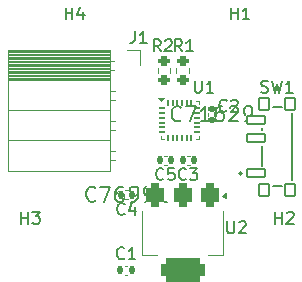
<source format=gbr>
%TF.GenerationSoftware,KiCad,Pcbnew,8.0.5*%
%TF.CreationDate,2024-10-09T16:47:07-04:00*%
%TF.ProjectId,PostureBestICM20948,506f7374-7572-4654-9265-737449434d32,rev?*%
%TF.SameCoordinates,Original*%
%TF.FileFunction,Legend,Top*%
%TF.FilePolarity,Positive*%
%FSLAX46Y46*%
G04 Gerber Fmt 4.6, Leading zero omitted, Abs format (unit mm)*
G04 Created by KiCad (PCBNEW 8.0.5) date 2024-10-09 16:47:07*
%MOMM*%
%LPD*%
G01*
G04 APERTURE LIST*
G04 Aperture macros list*
%AMRoundRect*
0 Rectangle with rounded corners*
0 $1 Rounding radius*
0 $2 $3 $4 $5 $6 $7 $8 $9 X,Y pos of 4 corners*
0 Add a 4 corners polygon primitive as box body*
4,1,4,$2,$3,$4,$5,$6,$7,$8,$9,$2,$3,0*
0 Add four circle primitives for the rounded corners*
1,1,$1+$1,$2,$3*
1,1,$1+$1,$4,$5*
1,1,$1+$1,$6,$7*
1,1,$1+$1,$8,$9*
0 Add four rect primitives between the rounded corners*
20,1,$1+$1,$2,$3,$4,$5,0*
20,1,$1+$1,$4,$5,$6,$7,0*
20,1,$1+$1,$6,$7,$8,$9,0*
20,1,$1+$1,$8,$9,$2,$3,0*%
G04 Aperture macros list end*
%ADD10C,0.150000*%
%ADD11C,0.120000*%
%ADD12C,0.127000*%
%ADD13C,0.200000*%
%ADD14C,2.200000*%
%ADD15RoundRect,0.140000X-0.170000X0.140000X-0.170000X-0.140000X0.170000X-0.140000X0.170000X0.140000X0*%
%ADD16RoundRect,0.200000X0.275000X-0.200000X0.275000X0.200000X-0.275000X0.200000X-0.275000X-0.200000X0*%
%ADD17RoundRect,0.140000X0.140000X0.170000X-0.140000X0.170000X-0.140000X-0.170000X0.140000X-0.170000X0*%
%ADD18C,0.900000*%
%ADD19RoundRect,0.102000X0.750000X-0.350000X0.750000X0.350000X-0.750000X0.350000X-0.750000X-0.350000X0*%
%ADD20RoundRect,0.102000X0.400000X-0.500000X0.400000X0.500000X-0.400000X0.500000X-0.400000X-0.500000X0*%
%ADD21RoundRect,0.140000X-0.140000X-0.170000X0.140000X-0.170000X0.140000X0.170000X-0.140000X0.170000X0*%
%ADD22RoundRect,0.375000X-0.375000X0.625000X-0.375000X-0.625000X0.375000X-0.625000X0.375000X0.625000X0*%
%ADD23RoundRect,0.500000X-1.400000X0.500000X-1.400000X-0.500000X1.400000X-0.500000X1.400000X0.500000X0*%
%ADD24RoundRect,0.050000X-0.225000X-0.050000X0.225000X-0.050000X0.225000X0.050000X-0.225000X0.050000X0*%
%ADD25RoundRect,0.050000X0.050000X-0.225000X0.050000X0.225000X-0.050000X0.225000X-0.050000X-0.225000X0*%
%ADD26R,1.700000X1.700000*%
%ADD27O,1.700000X1.700000*%
G04 APERTURE END LIST*
D10*
X125338095Y-99754819D02*
X125338095Y-98754819D01*
X125338095Y-99231009D02*
X125909523Y-99231009D01*
X125909523Y-99754819D02*
X125909523Y-98754819D01*
X126338095Y-98850057D02*
X126385714Y-98802438D01*
X126385714Y-98802438D02*
X126480952Y-98754819D01*
X126480952Y-98754819D02*
X126719047Y-98754819D01*
X126719047Y-98754819D02*
X126814285Y-98802438D01*
X126814285Y-98802438D02*
X126861904Y-98850057D01*
X126861904Y-98850057D02*
X126909523Y-98945295D01*
X126909523Y-98945295D02*
X126909523Y-99040533D01*
X126909523Y-99040533D02*
X126861904Y-99183390D01*
X126861904Y-99183390D02*
X126290476Y-99754819D01*
X126290476Y-99754819D02*
X126909523Y-99754819D01*
X121233333Y-90159580D02*
X121185714Y-90207200D01*
X121185714Y-90207200D02*
X121042857Y-90254819D01*
X121042857Y-90254819D02*
X120947619Y-90254819D01*
X120947619Y-90254819D02*
X120804762Y-90207200D01*
X120804762Y-90207200D02*
X120709524Y-90111961D01*
X120709524Y-90111961D02*
X120661905Y-90016723D01*
X120661905Y-90016723D02*
X120614286Y-89826247D01*
X120614286Y-89826247D02*
X120614286Y-89683390D01*
X120614286Y-89683390D02*
X120661905Y-89492914D01*
X120661905Y-89492914D02*
X120709524Y-89397676D01*
X120709524Y-89397676D02*
X120804762Y-89302438D01*
X120804762Y-89302438D02*
X120947619Y-89254819D01*
X120947619Y-89254819D02*
X121042857Y-89254819D01*
X121042857Y-89254819D02*
X121185714Y-89302438D01*
X121185714Y-89302438D02*
X121233333Y-89350057D01*
X121614286Y-89350057D02*
X121661905Y-89302438D01*
X121661905Y-89302438D02*
X121757143Y-89254819D01*
X121757143Y-89254819D02*
X121995238Y-89254819D01*
X121995238Y-89254819D02*
X122090476Y-89302438D01*
X122090476Y-89302438D02*
X122138095Y-89350057D01*
X122138095Y-89350057D02*
X122185714Y-89445295D01*
X122185714Y-89445295D02*
X122185714Y-89540533D01*
X122185714Y-89540533D02*
X122138095Y-89683390D01*
X122138095Y-89683390D02*
X121566667Y-90254819D01*
X121566667Y-90254819D02*
X122185714Y-90254819D01*
X117369285Y-90958773D02*
X117308809Y-91019250D01*
X117308809Y-91019250D02*
X117127380Y-91079726D01*
X117127380Y-91079726D02*
X117006428Y-91079726D01*
X117006428Y-91079726D02*
X116824999Y-91019250D01*
X116824999Y-91019250D02*
X116704047Y-90898297D01*
X116704047Y-90898297D02*
X116643570Y-90777345D01*
X116643570Y-90777345D02*
X116583094Y-90535440D01*
X116583094Y-90535440D02*
X116583094Y-90354011D01*
X116583094Y-90354011D02*
X116643570Y-90112107D01*
X116643570Y-90112107D02*
X116704047Y-89991154D01*
X116704047Y-89991154D02*
X116824999Y-89870202D01*
X116824999Y-89870202D02*
X117006428Y-89809726D01*
X117006428Y-89809726D02*
X117127380Y-89809726D01*
X117127380Y-89809726D02*
X117308809Y-89870202D01*
X117308809Y-89870202D02*
X117369285Y-89930678D01*
X117792618Y-89809726D02*
X118639285Y-89809726D01*
X118639285Y-89809726D02*
X118094999Y-91079726D01*
X119788333Y-91079726D02*
X119062618Y-91079726D01*
X119425475Y-91079726D02*
X119425475Y-89809726D01*
X119425475Y-89809726D02*
X119304523Y-89991154D01*
X119304523Y-89991154D02*
X119183571Y-90112107D01*
X119183571Y-90112107D02*
X119062618Y-90172583D01*
X120876904Y-89809726D02*
X120634999Y-89809726D01*
X120634999Y-89809726D02*
X120514047Y-89870202D01*
X120514047Y-89870202D02*
X120453571Y-89930678D01*
X120453571Y-89930678D02*
X120332618Y-90112107D01*
X120332618Y-90112107D02*
X120272142Y-90354011D01*
X120272142Y-90354011D02*
X120272142Y-90837821D01*
X120272142Y-90837821D02*
X120332618Y-90958773D01*
X120332618Y-90958773D02*
X120393095Y-91019250D01*
X120393095Y-91019250D02*
X120514047Y-91079726D01*
X120514047Y-91079726D02*
X120755952Y-91079726D01*
X120755952Y-91079726D02*
X120876904Y-91019250D01*
X120876904Y-91019250D02*
X120937380Y-90958773D01*
X120937380Y-90958773D02*
X120997857Y-90837821D01*
X120997857Y-90837821D02*
X120997857Y-90535440D01*
X120997857Y-90535440D02*
X120937380Y-90414488D01*
X120937380Y-90414488D02*
X120876904Y-90354011D01*
X120876904Y-90354011D02*
X120755952Y-90293535D01*
X120755952Y-90293535D02*
X120514047Y-90293535D01*
X120514047Y-90293535D02*
X120393095Y-90354011D01*
X120393095Y-90354011D02*
X120332618Y-90414488D01*
X120332618Y-90414488D02*
X120272142Y-90535440D01*
X121481666Y-89930678D02*
X121542142Y-89870202D01*
X121542142Y-89870202D02*
X121663095Y-89809726D01*
X121663095Y-89809726D02*
X121965476Y-89809726D01*
X121965476Y-89809726D02*
X122086428Y-89870202D01*
X122086428Y-89870202D02*
X122146904Y-89930678D01*
X122146904Y-89930678D02*
X122207381Y-90051630D01*
X122207381Y-90051630D02*
X122207381Y-90172583D01*
X122207381Y-90172583D02*
X122146904Y-90354011D01*
X122146904Y-90354011D02*
X121421190Y-91079726D01*
X121421190Y-91079726D02*
X122207381Y-91079726D01*
X122812143Y-91079726D02*
X123054047Y-91079726D01*
X123054047Y-91079726D02*
X123175000Y-91019250D01*
X123175000Y-91019250D02*
X123235476Y-90958773D01*
X123235476Y-90958773D02*
X123356428Y-90777345D01*
X123356428Y-90777345D02*
X123416905Y-90535440D01*
X123416905Y-90535440D02*
X123416905Y-90051630D01*
X123416905Y-90051630D02*
X123356428Y-89930678D01*
X123356428Y-89930678D02*
X123295952Y-89870202D01*
X123295952Y-89870202D02*
X123175000Y-89809726D01*
X123175000Y-89809726D02*
X122933095Y-89809726D01*
X122933095Y-89809726D02*
X122812143Y-89870202D01*
X122812143Y-89870202D02*
X122751666Y-89930678D01*
X122751666Y-89930678D02*
X122691190Y-90051630D01*
X122691190Y-90051630D02*
X122691190Y-90354011D01*
X122691190Y-90354011D02*
X122751666Y-90474964D01*
X122751666Y-90474964D02*
X122812143Y-90535440D01*
X122812143Y-90535440D02*
X122933095Y-90595916D01*
X122933095Y-90595916D02*
X123175000Y-90595916D01*
X123175000Y-90595916D02*
X123295952Y-90535440D01*
X123295952Y-90535440D02*
X123356428Y-90474964D01*
X123356428Y-90474964D02*
X123416905Y-90354011D01*
X103838095Y-99754819D02*
X103838095Y-98754819D01*
X103838095Y-99231009D02*
X104409523Y-99231009D01*
X104409523Y-99754819D02*
X104409523Y-98754819D01*
X104790476Y-98754819D02*
X105409523Y-98754819D01*
X105409523Y-98754819D02*
X105076190Y-99135771D01*
X105076190Y-99135771D02*
X105219047Y-99135771D01*
X105219047Y-99135771D02*
X105314285Y-99183390D01*
X105314285Y-99183390D02*
X105361904Y-99231009D01*
X105361904Y-99231009D02*
X105409523Y-99326247D01*
X105409523Y-99326247D02*
X105409523Y-99564342D01*
X105409523Y-99564342D02*
X105361904Y-99659580D01*
X105361904Y-99659580D02*
X105314285Y-99707200D01*
X105314285Y-99707200D02*
X105219047Y-99754819D01*
X105219047Y-99754819D02*
X104933333Y-99754819D01*
X104933333Y-99754819D02*
X104838095Y-99707200D01*
X104838095Y-99707200D02*
X104790476Y-99659580D01*
X107588095Y-82454819D02*
X107588095Y-81454819D01*
X107588095Y-81931009D02*
X108159523Y-81931009D01*
X108159523Y-82454819D02*
X108159523Y-81454819D01*
X109064285Y-81788152D02*
X109064285Y-82454819D01*
X108826190Y-81407200D02*
X108588095Y-82121485D01*
X108588095Y-82121485D02*
X109207142Y-82121485D01*
X115633333Y-85154819D02*
X115300000Y-84678628D01*
X115061905Y-85154819D02*
X115061905Y-84154819D01*
X115061905Y-84154819D02*
X115442857Y-84154819D01*
X115442857Y-84154819D02*
X115538095Y-84202438D01*
X115538095Y-84202438D02*
X115585714Y-84250057D01*
X115585714Y-84250057D02*
X115633333Y-84345295D01*
X115633333Y-84345295D02*
X115633333Y-84488152D01*
X115633333Y-84488152D02*
X115585714Y-84583390D01*
X115585714Y-84583390D02*
X115538095Y-84631009D01*
X115538095Y-84631009D02*
X115442857Y-84678628D01*
X115442857Y-84678628D02*
X115061905Y-84678628D01*
X116014286Y-84250057D02*
X116061905Y-84202438D01*
X116061905Y-84202438D02*
X116157143Y-84154819D01*
X116157143Y-84154819D02*
X116395238Y-84154819D01*
X116395238Y-84154819D02*
X116490476Y-84202438D01*
X116490476Y-84202438D02*
X116538095Y-84250057D01*
X116538095Y-84250057D02*
X116585714Y-84345295D01*
X116585714Y-84345295D02*
X116585714Y-84440533D01*
X116585714Y-84440533D02*
X116538095Y-84583390D01*
X116538095Y-84583390D02*
X115966667Y-85154819D01*
X115966667Y-85154819D02*
X116585714Y-85154819D01*
X112583333Y-98909580D02*
X112535714Y-98957200D01*
X112535714Y-98957200D02*
X112392857Y-99004819D01*
X112392857Y-99004819D02*
X112297619Y-99004819D01*
X112297619Y-99004819D02*
X112154762Y-98957200D01*
X112154762Y-98957200D02*
X112059524Y-98861961D01*
X112059524Y-98861961D02*
X112011905Y-98766723D01*
X112011905Y-98766723D02*
X111964286Y-98576247D01*
X111964286Y-98576247D02*
X111964286Y-98433390D01*
X111964286Y-98433390D02*
X112011905Y-98242914D01*
X112011905Y-98242914D02*
X112059524Y-98147676D01*
X112059524Y-98147676D02*
X112154762Y-98052438D01*
X112154762Y-98052438D02*
X112297619Y-98004819D01*
X112297619Y-98004819D02*
X112392857Y-98004819D01*
X112392857Y-98004819D02*
X112535714Y-98052438D01*
X112535714Y-98052438D02*
X112583333Y-98100057D01*
X113440476Y-98338152D02*
X113440476Y-99004819D01*
X113202381Y-97957200D02*
X112964286Y-98671485D01*
X112964286Y-98671485D02*
X113583333Y-98671485D01*
X110119285Y-97758773D02*
X110058809Y-97819250D01*
X110058809Y-97819250D02*
X109877380Y-97879726D01*
X109877380Y-97879726D02*
X109756428Y-97879726D01*
X109756428Y-97879726D02*
X109574999Y-97819250D01*
X109574999Y-97819250D02*
X109454047Y-97698297D01*
X109454047Y-97698297D02*
X109393570Y-97577345D01*
X109393570Y-97577345D02*
X109333094Y-97335440D01*
X109333094Y-97335440D02*
X109333094Y-97154011D01*
X109333094Y-97154011D02*
X109393570Y-96912107D01*
X109393570Y-96912107D02*
X109454047Y-96791154D01*
X109454047Y-96791154D02*
X109574999Y-96670202D01*
X109574999Y-96670202D02*
X109756428Y-96609726D01*
X109756428Y-96609726D02*
X109877380Y-96609726D01*
X109877380Y-96609726D02*
X110058809Y-96670202D01*
X110058809Y-96670202D02*
X110119285Y-96730678D01*
X110542618Y-96609726D02*
X111389285Y-96609726D01*
X111389285Y-96609726D02*
X110844999Y-97879726D01*
X112417380Y-96609726D02*
X112175475Y-96609726D01*
X112175475Y-96609726D02*
X112054523Y-96670202D01*
X112054523Y-96670202D02*
X111994047Y-96730678D01*
X111994047Y-96730678D02*
X111873094Y-96912107D01*
X111873094Y-96912107D02*
X111812618Y-97154011D01*
X111812618Y-97154011D02*
X111812618Y-97637821D01*
X111812618Y-97637821D02*
X111873094Y-97758773D01*
X111873094Y-97758773D02*
X111933571Y-97819250D01*
X111933571Y-97819250D02*
X112054523Y-97879726D01*
X112054523Y-97879726D02*
X112296428Y-97879726D01*
X112296428Y-97879726D02*
X112417380Y-97819250D01*
X112417380Y-97819250D02*
X112477856Y-97758773D01*
X112477856Y-97758773D02*
X112538333Y-97637821D01*
X112538333Y-97637821D02*
X112538333Y-97335440D01*
X112538333Y-97335440D02*
X112477856Y-97214488D01*
X112477856Y-97214488D02*
X112417380Y-97154011D01*
X112417380Y-97154011D02*
X112296428Y-97093535D01*
X112296428Y-97093535D02*
X112054523Y-97093535D01*
X112054523Y-97093535D02*
X111933571Y-97154011D01*
X111933571Y-97154011D02*
X111873094Y-97214488D01*
X111873094Y-97214488D02*
X111812618Y-97335440D01*
X113143095Y-97879726D02*
X113384999Y-97879726D01*
X113384999Y-97879726D02*
X113505952Y-97819250D01*
X113505952Y-97819250D02*
X113566428Y-97758773D01*
X113566428Y-97758773D02*
X113687380Y-97577345D01*
X113687380Y-97577345D02*
X113747857Y-97335440D01*
X113747857Y-97335440D02*
X113747857Y-96851630D01*
X113747857Y-96851630D02*
X113687380Y-96730678D01*
X113687380Y-96730678D02*
X113626904Y-96670202D01*
X113626904Y-96670202D02*
X113505952Y-96609726D01*
X113505952Y-96609726D02*
X113264047Y-96609726D01*
X113264047Y-96609726D02*
X113143095Y-96670202D01*
X113143095Y-96670202D02*
X113082618Y-96730678D01*
X113082618Y-96730678D02*
X113022142Y-96851630D01*
X113022142Y-96851630D02*
X113022142Y-97154011D01*
X113022142Y-97154011D02*
X113082618Y-97274964D01*
X113082618Y-97274964D02*
X113143095Y-97335440D01*
X113143095Y-97335440D02*
X113264047Y-97395916D01*
X113264047Y-97395916D02*
X113505952Y-97395916D01*
X113505952Y-97395916D02*
X113626904Y-97335440D01*
X113626904Y-97335440D02*
X113687380Y-97274964D01*
X113687380Y-97274964D02*
X113747857Y-97154011D01*
X114352619Y-97879726D02*
X114594523Y-97879726D01*
X114594523Y-97879726D02*
X114715476Y-97819250D01*
X114715476Y-97819250D02*
X114775952Y-97758773D01*
X114775952Y-97758773D02*
X114896904Y-97577345D01*
X114896904Y-97577345D02*
X114957381Y-97335440D01*
X114957381Y-97335440D02*
X114957381Y-96851630D01*
X114957381Y-96851630D02*
X114896904Y-96730678D01*
X114896904Y-96730678D02*
X114836428Y-96670202D01*
X114836428Y-96670202D02*
X114715476Y-96609726D01*
X114715476Y-96609726D02*
X114473571Y-96609726D01*
X114473571Y-96609726D02*
X114352619Y-96670202D01*
X114352619Y-96670202D02*
X114292142Y-96730678D01*
X114292142Y-96730678D02*
X114231666Y-96851630D01*
X114231666Y-96851630D02*
X114231666Y-97154011D01*
X114231666Y-97154011D02*
X114292142Y-97274964D01*
X114292142Y-97274964D02*
X114352619Y-97335440D01*
X114352619Y-97335440D02*
X114473571Y-97395916D01*
X114473571Y-97395916D02*
X114715476Y-97395916D01*
X114715476Y-97395916D02*
X114836428Y-97335440D01*
X114836428Y-97335440D02*
X114896904Y-97274964D01*
X114896904Y-97274964D02*
X114957381Y-97154011D01*
X116166905Y-97879726D02*
X115441190Y-97879726D01*
X115804047Y-97879726D02*
X115804047Y-96609726D01*
X115804047Y-96609726D02*
X115683095Y-96791154D01*
X115683095Y-96791154D02*
X115562143Y-96912107D01*
X115562143Y-96912107D02*
X115441190Y-96972583D01*
X124166667Y-88607200D02*
X124309524Y-88654819D01*
X124309524Y-88654819D02*
X124547619Y-88654819D01*
X124547619Y-88654819D02*
X124642857Y-88607200D01*
X124642857Y-88607200D02*
X124690476Y-88559580D01*
X124690476Y-88559580D02*
X124738095Y-88464342D01*
X124738095Y-88464342D02*
X124738095Y-88369104D01*
X124738095Y-88369104D02*
X124690476Y-88273866D01*
X124690476Y-88273866D02*
X124642857Y-88226247D01*
X124642857Y-88226247D02*
X124547619Y-88178628D01*
X124547619Y-88178628D02*
X124357143Y-88131009D01*
X124357143Y-88131009D02*
X124261905Y-88083390D01*
X124261905Y-88083390D02*
X124214286Y-88035771D01*
X124214286Y-88035771D02*
X124166667Y-87940533D01*
X124166667Y-87940533D02*
X124166667Y-87845295D01*
X124166667Y-87845295D02*
X124214286Y-87750057D01*
X124214286Y-87750057D02*
X124261905Y-87702438D01*
X124261905Y-87702438D02*
X124357143Y-87654819D01*
X124357143Y-87654819D02*
X124595238Y-87654819D01*
X124595238Y-87654819D02*
X124738095Y-87702438D01*
X125071429Y-87654819D02*
X125309524Y-88654819D01*
X125309524Y-88654819D02*
X125500000Y-87940533D01*
X125500000Y-87940533D02*
X125690476Y-88654819D01*
X125690476Y-88654819D02*
X125928572Y-87654819D01*
X126833333Y-88654819D02*
X126261905Y-88654819D01*
X126547619Y-88654819D02*
X126547619Y-87654819D01*
X126547619Y-87654819D02*
X126452381Y-87797676D01*
X126452381Y-87797676D02*
X126357143Y-87892914D01*
X126357143Y-87892914D02*
X126261905Y-87940533D01*
X117773333Y-95959580D02*
X117725714Y-96007200D01*
X117725714Y-96007200D02*
X117582857Y-96054819D01*
X117582857Y-96054819D02*
X117487619Y-96054819D01*
X117487619Y-96054819D02*
X117344762Y-96007200D01*
X117344762Y-96007200D02*
X117249524Y-95911961D01*
X117249524Y-95911961D02*
X117201905Y-95816723D01*
X117201905Y-95816723D02*
X117154286Y-95626247D01*
X117154286Y-95626247D02*
X117154286Y-95483390D01*
X117154286Y-95483390D02*
X117201905Y-95292914D01*
X117201905Y-95292914D02*
X117249524Y-95197676D01*
X117249524Y-95197676D02*
X117344762Y-95102438D01*
X117344762Y-95102438D02*
X117487619Y-95054819D01*
X117487619Y-95054819D02*
X117582857Y-95054819D01*
X117582857Y-95054819D02*
X117725714Y-95102438D01*
X117725714Y-95102438D02*
X117773333Y-95150057D01*
X118106667Y-95054819D02*
X118725714Y-95054819D01*
X118725714Y-95054819D02*
X118392381Y-95435771D01*
X118392381Y-95435771D02*
X118535238Y-95435771D01*
X118535238Y-95435771D02*
X118630476Y-95483390D01*
X118630476Y-95483390D02*
X118678095Y-95531009D01*
X118678095Y-95531009D02*
X118725714Y-95626247D01*
X118725714Y-95626247D02*
X118725714Y-95864342D01*
X118725714Y-95864342D02*
X118678095Y-95959580D01*
X118678095Y-95959580D02*
X118630476Y-96007200D01*
X118630476Y-96007200D02*
X118535238Y-96054819D01*
X118535238Y-96054819D02*
X118249524Y-96054819D01*
X118249524Y-96054819D02*
X118154286Y-96007200D01*
X118154286Y-96007200D02*
X118106667Y-95959580D01*
X115873333Y-95959580D02*
X115825714Y-96007200D01*
X115825714Y-96007200D02*
X115682857Y-96054819D01*
X115682857Y-96054819D02*
X115587619Y-96054819D01*
X115587619Y-96054819D02*
X115444762Y-96007200D01*
X115444762Y-96007200D02*
X115349524Y-95911961D01*
X115349524Y-95911961D02*
X115301905Y-95816723D01*
X115301905Y-95816723D02*
X115254286Y-95626247D01*
X115254286Y-95626247D02*
X115254286Y-95483390D01*
X115254286Y-95483390D02*
X115301905Y-95292914D01*
X115301905Y-95292914D02*
X115349524Y-95197676D01*
X115349524Y-95197676D02*
X115444762Y-95102438D01*
X115444762Y-95102438D02*
X115587619Y-95054819D01*
X115587619Y-95054819D02*
X115682857Y-95054819D01*
X115682857Y-95054819D02*
X115825714Y-95102438D01*
X115825714Y-95102438D02*
X115873333Y-95150057D01*
X116778095Y-95054819D02*
X116301905Y-95054819D01*
X116301905Y-95054819D02*
X116254286Y-95531009D01*
X116254286Y-95531009D02*
X116301905Y-95483390D01*
X116301905Y-95483390D02*
X116397143Y-95435771D01*
X116397143Y-95435771D02*
X116635238Y-95435771D01*
X116635238Y-95435771D02*
X116730476Y-95483390D01*
X116730476Y-95483390D02*
X116778095Y-95531009D01*
X116778095Y-95531009D02*
X116825714Y-95626247D01*
X116825714Y-95626247D02*
X116825714Y-95864342D01*
X116825714Y-95864342D02*
X116778095Y-95959580D01*
X116778095Y-95959580D02*
X116730476Y-96007200D01*
X116730476Y-96007200D02*
X116635238Y-96054819D01*
X116635238Y-96054819D02*
X116397143Y-96054819D01*
X116397143Y-96054819D02*
X116301905Y-96007200D01*
X116301905Y-96007200D02*
X116254286Y-95959580D01*
X117433333Y-85154819D02*
X117100000Y-84678628D01*
X116861905Y-85154819D02*
X116861905Y-84154819D01*
X116861905Y-84154819D02*
X117242857Y-84154819D01*
X117242857Y-84154819D02*
X117338095Y-84202438D01*
X117338095Y-84202438D02*
X117385714Y-84250057D01*
X117385714Y-84250057D02*
X117433333Y-84345295D01*
X117433333Y-84345295D02*
X117433333Y-84488152D01*
X117433333Y-84488152D02*
X117385714Y-84583390D01*
X117385714Y-84583390D02*
X117338095Y-84631009D01*
X117338095Y-84631009D02*
X117242857Y-84678628D01*
X117242857Y-84678628D02*
X116861905Y-84678628D01*
X118385714Y-85154819D02*
X117814286Y-85154819D01*
X118100000Y-85154819D02*
X118100000Y-84154819D01*
X118100000Y-84154819D02*
X118004762Y-84297676D01*
X118004762Y-84297676D02*
X117909524Y-84392914D01*
X117909524Y-84392914D02*
X117814286Y-84440533D01*
X121288095Y-99554819D02*
X121288095Y-100364342D01*
X121288095Y-100364342D02*
X121335714Y-100459580D01*
X121335714Y-100459580D02*
X121383333Y-100507200D01*
X121383333Y-100507200D02*
X121478571Y-100554819D01*
X121478571Y-100554819D02*
X121669047Y-100554819D01*
X121669047Y-100554819D02*
X121764285Y-100507200D01*
X121764285Y-100507200D02*
X121811904Y-100459580D01*
X121811904Y-100459580D02*
X121859523Y-100364342D01*
X121859523Y-100364342D02*
X121859523Y-99554819D01*
X122288095Y-99650057D02*
X122335714Y-99602438D01*
X122335714Y-99602438D02*
X122430952Y-99554819D01*
X122430952Y-99554819D02*
X122669047Y-99554819D01*
X122669047Y-99554819D02*
X122764285Y-99602438D01*
X122764285Y-99602438D02*
X122811904Y-99650057D01*
X122811904Y-99650057D02*
X122859523Y-99745295D01*
X122859523Y-99745295D02*
X122859523Y-99840533D01*
X122859523Y-99840533D02*
X122811904Y-99983390D01*
X122811904Y-99983390D02*
X122240476Y-100554819D01*
X122240476Y-100554819D02*
X122859523Y-100554819D01*
X121588095Y-82454819D02*
X121588095Y-81454819D01*
X121588095Y-81931009D02*
X122159523Y-81931009D01*
X122159523Y-82454819D02*
X122159523Y-81454819D01*
X123159523Y-82454819D02*
X122588095Y-82454819D01*
X122873809Y-82454819D02*
X122873809Y-81454819D01*
X122873809Y-81454819D02*
X122778571Y-81597676D01*
X122778571Y-81597676D02*
X122683333Y-81692914D01*
X122683333Y-81692914D02*
X122588095Y-81740533D01*
X118538095Y-87654819D02*
X118538095Y-88464342D01*
X118538095Y-88464342D02*
X118585714Y-88559580D01*
X118585714Y-88559580D02*
X118633333Y-88607200D01*
X118633333Y-88607200D02*
X118728571Y-88654819D01*
X118728571Y-88654819D02*
X118919047Y-88654819D01*
X118919047Y-88654819D02*
X119014285Y-88607200D01*
X119014285Y-88607200D02*
X119061904Y-88559580D01*
X119061904Y-88559580D02*
X119109523Y-88464342D01*
X119109523Y-88464342D02*
X119109523Y-87654819D01*
X120109523Y-88654819D02*
X119538095Y-88654819D01*
X119823809Y-88654819D02*
X119823809Y-87654819D01*
X119823809Y-87654819D02*
X119728571Y-87797676D01*
X119728571Y-87797676D02*
X119633333Y-87892914D01*
X119633333Y-87892914D02*
X119538095Y-87940533D01*
X112553333Y-102659580D02*
X112505714Y-102707200D01*
X112505714Y-102707200D02*
X112362857Y-102754819D01*
X112362857Y-102754819D02*
X112267619Y-102754819D01*
X112267619Y-102754819D02*
X112124762Y-102707200D01*
X112124762Y-102707200D02*
X112029524Y-102611961D01*
X112029524Y-102611961D02*
X111981905Y-102516723D01*
X111981905Y-102516723D02*
X111934286Y-102326247D01*
X111934286Y-102326247D02*
X111934286Y-102183390D01*
X111934286Y-102183390D02*
X111981905Y-101992914D01*
X111981905Y-101992914D02*
X112029524Y-101897676D01*
X112029524Y-101897676D02*
X112124762Y-101802438D01*
X112124762Y-101802438D02*
X112267619Y-101754819D01*
X112267619Y-101754819D02*
X112362857Y-101754819D01*
X112362857Y-101754819D02*
X112505714Y-101802438D01*
X112505714Y-101802438D02*
X112553333Y-101850057D01*
X113505714Y-102754819D02*
X112934286Y-102754819D01*
X113220000Y-102754819D02*
X113220000Y-101754819D01*
X113220000Y-101754819D02*
X113124762Y-101897676D01*
X113124762Y-101897676D02*
X113029524Y-101992914D01*
X113029524Y-101992914D02*
X112934286Y-102040533D01*
X113466666Y-83454819D02*
X113466666Y-84169104D01*
X113466666Y-84169104D02*
X113419047Y-84311961D01*
X113419047Y-84311961D02*
X113323809Y-84407200D01*
X113323809Y-84407200D02*
X113180952Y-84454819D01*
X113180952Y-84454819D02*
X113085714Y-84454819D01*
X114466666Y-84454819D02*
X113895238Y-84454819D01*
X114180952Y-84454819D02*
X114180952Y-83454819D01*
X114180952Y-83454819D02*
X114085714Y-83597676D01*
X114085714Y-83597676D02*
X113990476Y-83692914D01*
X113990476Y-83692914D02*
X113895238Y-83740533D01*
D11*
%TO.C,C2*%
X119640000Y-90392164D02*
X119640000Y-90607836D01*
X120360000Y-90392164D02*
X120360000Y-90607836D01*
%TO.C,R2*%
X115377500Y-87037258D02*
X115377500Y-86562742D01*
X116422500Y-87037258D02*
X116422500Y-86562742D01*
%TO.C,C4*%
X112857836Y-96940000D02*
X112642164Y-96940000D01*
X112857836Y-97660000D02*
X112642164Y-97660000D01*
D12*
%TO.C,SW1*%
X124200000Y-91830000D02*
X124200000Y-91670000D01*
X124200000Y-94830000D02*
X124200000Y-93170000D01*
X125880000Y-89900000D02*
X125120000Y-89900000D01*
X125880000Y-96600000D02*
X125120000Y-96600000D01*
X126800000Y-90420000D02*
X126800000Y-96080000D01*
D13*
X122500000Y-95500000D02*
G75*
G02*
X122300000Y-95500000I-100000J0D01*
G01*
X122300000Y-95500000D02*
G75*
G02*
X122500000Y-95500000I100000J0D01*
G01*
D11*
%TO.C,C3*%
X117912164Y-94040000D02*
X118127836Y-94040000D01*
X117912164Y-94760000D02*
X118127836Y-94760000D01*
%TO.C,C5*%
X116147836Y-94040000D02*
X115932164Y-94040000D01*
X116147836Y-94760000D02*
X115932164Y-94760000D01*
%TO.C,R1*%
X116977500Y-87037258D02*
X116977500Y-86562742D01*
X118022500Y-87037258D02*
X118022500Y-86562742D01*
%TO.C,U2*%
X114090000Y-98650000D02*
X114090000Y-102410000D01*
X114090000Y-102410000D02*
X115350000Y-102410000D01*
X120910000Y-98650000D02*
X120910000Y-102410000D01*
X120910000Y-102410000D02*
X119650000Y-102410000D01*
X121140000Y-97610000D02*
X120810000Y-97370000D01*
X121140000Y-97130000D01*
X121140000Y-97610000D01*
G36*
X121140000Y-97610000D02*
G01*
X120810000Y-97370000D01*
X121140000Y-97130000D01*
X121140000Y-97610000D01*
G37*
%TO.C,U1*%
X115650000Y-92600000D02*
X115650000Y-92350000D01*
X115650000Y-92600000D02*
X115900000Y-92600000D01*
X118850000Y-89400000D02*
X118600000Y-89400000D01*
X118850000Y-89400000D02*
X118850000Y-89650000D01*
X118850000Y-92600000D02*
X118600000Y-92600000D01*
X118850000Y-92600000D02*
X118850000Y-92350000D01*
X115650000Y-89400000D02*
X115410000Y-89070000D01*
X115890000Y-89070000D01*
X115650000Y-89400000D01*
G36*
X115650000Y-89400000D02*
G01*
X115410000Y-89070000D01*
X115890000Y-89070000D01*
X115650000Y-89400000D01*
G37*
%TO.C,C1*%
X112827836Y-103340000D02*
X112612164Y-103340000D01*
X112827836Y-104060000D02*
X112612164Y-104060000D01*
%TO.C,J1*%
X102710000Y-85020000D02*
X102710000Y-95300000D01*
X102710000Y-85020000D02*
X111340000Y-85020000D01*
X102710000Y-85140000D02*
X111340000Y-85140000D01*
X102710000Y-85258095D02*
X111340000Y-85258095D01*
X102710000Y-85376190D02*
X111340000Y-85376190D01*
X102710000Y-85494285D02*
X111340000Y-85494285D01*
X102710000Y-85612380D02*
X111340000Y-85612380D01*
X102710000Y-85730475D02*
X111340000Y-85730475D01*
X102710000Y-85848570D02*
X111340000Y-85848570D01*
X102710000Y-85966665D02*
X111340000Y-85966665D01*
X102710000Y-86084760D02*
X111340000Y-86084760D01*
X102710000Y-86202855D02*
X111340000Y-86202855D01*
X102710000Y-86320950D02*
X111340000Y-86320950D01*
X102710000Y-86439045D02*
X111340000Y-86439045D01*
X102710000Y-86557140D02*
X111340000Y-86557140D01*
X102710000Y-86675235D02*
X111340000Y-86675235D01*
X102710000Y-86793330D02*
X111340000Y-86793330D01*
X102710000Y-86911425D02*
X111340000Y-86911425D01*
X102710000Y-87029520D02*
X111340000Y-87029520D01*
X102710000Y-87147615D02*
X111340000Y-87147615D01*
X102710000Y-87265710D02*
X111340000Y-87265710D01*
X102710000Y-87383805D02*
X111340000Y-87383805D01*
X102710000Y-87501900D02*
X111340000Y-87501900D01*
X102710000Y-87620000D02*
X111340000Y-87620000D01*
X102710000Y-90160000D02*
X111340000Y-90160000D01*
X102710000Y-92700000D02*
X111340000Y-92700000D01*
X102710000Y-95300000D02*
X111340000Y-95300000D01*
X111340000Y-85020000D02*
X111340000Y-95300000D01*
X111340000Y-85990000D02*
X111690000Y-85990000D01*
X111340000Y-86710000D02*
X111690000Y-86710000D01*
X111340000Y-88530000D02*
X111750000Y-88530000D01*
X111340000Y-89250000D02*
X111750000Y-89250000D01*
X111340000Y-91070000D02*
X111750000Y-91070000D01*
X111340000Y-91790000D02*
X111750000Y-91790000D01*
X111340000Y-93610000D02*
X111750000Y-93610000D01*
X111340000Y-94330000D02*
X111750000Y-94330000D01*
X112800000Y-85020000D02*
X113910000Y-85020000D01*
X113910000Y-85020000D02*
X113910000Y-86350000D01*
%TD*%
%LPC*%
D14*
%TO.C,H2*%
X126100000Y-102500000D03*
%TD*%
D15*
%TO.C,C2*%
X120000000Y-90020000D03*
X120000000Y-90980000D03*
%TD*%
D14*
%TO.C,H3*%
X104600000Y-102500000D03*
%TD*%
%TO.C,H4*%
X104600000Y-82000000D03*
%TD*%
D16*
%TO.C,R2*%
X115900000Y-87625000D03*
X115900000Y-85975000D03*
%TD*%
D17*
%TO.C,C4*%
X113230000Y-97300000D03*
X112270000Y-97300000D03*
%TD*%
D18*
%TO.C,SW1*%
X125500000Y-94750000D03*
X125500000Y-91750000D03*
D19*
X123750000Y-95500000D03*
X123750000Y-92500000D03*
X123750000Y-91000000D03*
D20*
X124400000Y-96900000D03*
X124400000Y-89600000D03*
X126600000Y-96900000D03*
X126600000Y-89600000D03*
%TD*%
D21*
%TO.C,C3*%
X117540000Y-94400000D03*
X118500000Y-94400000D03*
%TD*%
D17*
%TO.C,C5*%
X116520000Y-94400000D03*
X115560000Y-94400000D03*
%TD*%
D16*
%TO.C,R1*%
X117500000Y-87625000D03*
X117500000Y-85975000D03*
%TD*%
D22*
%TO.C,U2*%
X119800000Y-97350000D03*
X117500000Y-97350000D03*
D23*
X117500000Y-103650000D03*
D22*
X115200000Y-97350000D03*
%TD*%
D14*
%TO.C,H1*%
X126100000Y-82000000D03*
%TD*%
D24*
%TO.C,U1*%
X115750000Y-90000000D03*
X115750000Y-90400000D03*
X115750000Y-90800000D03*
X115750000Y-91200000D03*
X115750000Y-91600000D03*
X115750000Y-92000000D03*
D25*
X116250000Y-92500000D03*
X116650000Y-92500000D03*
X117050000Y-92500000D03*
X117450000Y-92500000D03*
X117850000Y-92500000D03*
X118250000Y-92500000D03*
D24*
X118750000Y-92000000D03*
X118750000Y-91600000D03*
X118750000Y-91200000D03*
X118750000Y-90800000D03*
X118750000Y-90400000D03*
X118750000Y-90000000D03*
D25*
X118250000Y-89500000D03*
X117850000Y-89500000D03*
X117450000Y-89500000D03*
X117050000Y-89500000D03*
X116650000Y-89500000D03*
X116250000Y-89500000D03*
%TD*%
D17*
%TO.C,C1*%
X113200000Y-103700000D03*
X112240000Y-103700000D03*
%TD*%
D26*
%TO.C,J1*%
X112800000Y-86350000D03*
D27*
X112800000Y-88890000D03*
X112800000Y-91430000D03*
X112800000Y-93970000D03*
%TD*%
%LPD*%
M02*

</source>
